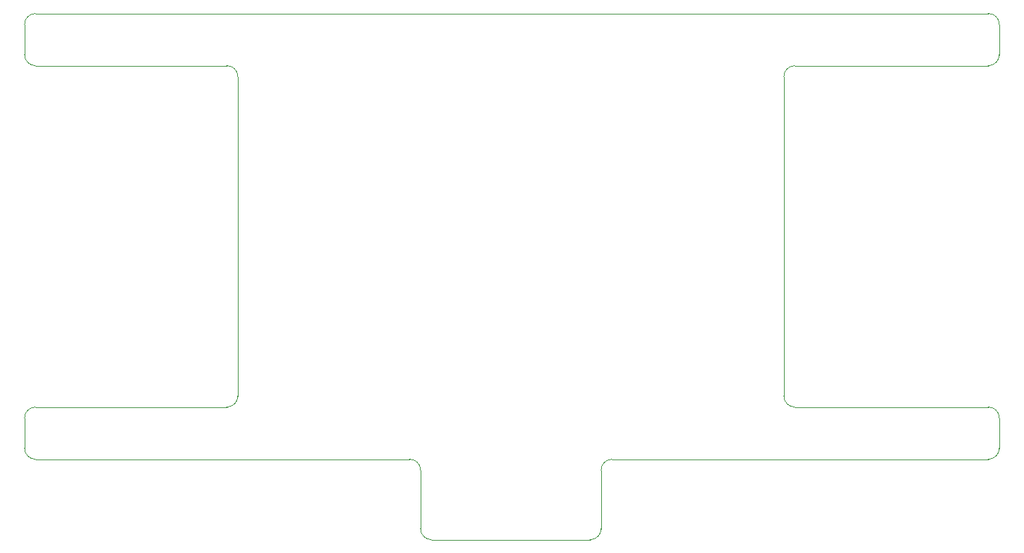
<source format=gbr>
%TF.GenerationSoftware,KiCad,Pcbnew,9.0.5*%
%TF.CreationDate,2025-11-01T23:40:51+06:00*%
%TF.ProjectId,led_matrix_array,6c65645f-6d61-4747-9269-785f61727261,1.0*%
%TF.SameCoordinates,Original*%
%TF.FileFunction,Profile,NP*%
%FSLAX46Y46*%
G04 Gerber Fmt 4.6, Leading zero omitted, Abs format (unit mm)*
G04 Created by KiCad (PCBNEW 9.0.5) date 2025-11-01 23:40:51*
%MOMM*%
%LPD*%
G01*
G04 APERTURE LIST*
%TA.AperFunction,Profile*%
%ADD10C,0.050000*%
%TD*%
G04 APERTURE END LIST*
D10*
X85715974Y-74793974D02*
X108067974Y-74793974D01*
X109337974Y-76063974D02*
X109337974Y-113401974D01*
X196967974Y-68697974D02*
G75*
G02*
X198237974Y-69967974I0J-1270000D01*
G01*
X198237974Y-73523974D02*
G75*
G02*
X196967974Y-74793974I-1270000J0D01*
G01*
X173091974Y-76063974D02*
G75*
G02*
X174361974Y-74793974I1270000J0D01*
G01*
X174361974Y-114671974D02*
G75*
G02*
X173091974Y-113401974I0J1270000D01*
G01*
X196967974Y-114671974D02*
G75*
G02*
X198237974Y-115941974I0J-1270000D01*
G01*
X198237974Y-119497974D02*
G75*
G02*
X196967974Y-120767974I-1270000J0D01*
G01*
X151755974Y-122037974D02*
G75*
G02*
X153025974Y-120767974I1270000J0D01*
G01*
X151755974Y-128895974D02*
G75*
G02*
X150485974Y-130165974I-1270000J0D01*
G01*
X131943974Y-130165974D02*
G75*
G02*
X130673974Y-128895974I0J1270000D01*
G01*
X129403974Y-120767974D02*
G75*
G02*
X130673974Y-122037974I0J-1270000D01*
G01*
X85715974Y-120767974D02*
G75*
G02*
X84445974Y-119497974I0J1270000D01*
G01*
X84445974Y-115941974D02*
G75*
G02*
X85715974Y-114671974I1270000J0D01*
G01*
X109337974Y-113401974D02*
G75*
G02*
X108067974Y-114671974I-1270000J0D01*
G01*
X108067974Y-74793974D02*
G75*
G02*
X109337974Y-76063974I0J-1270000D01*
G01*
X85715974Y-74793974D02*
G75*
G02*
X84445974Y-73523974I0J1270000D01*
G01*
X84445974Y-69967974D02*
G75*
G02*
X85715974Y-68697974I1270000J0D01*
G01*
X151755974Y-128895974D02*
X151755974Y-122037974D01*
X196967974Y-114671974D02*
X174361974Y-114671974D01*
X153025974Y-120767974D02*
X196967974Y-120767974D01*
X174361974Y-74793974D02*
X196967974Y-74793974D01*
X173091974Y-113401974D02*
X173091974Y-76063974D01*
X198237974Y-119497974D02*
X198237974Y-115941974D01*
X196967974Y-68697974D02*
X85715974Y-68697974D01*
X198237974Y-73523974D02*
X198237974Y-69967974D01*
X131943974Y-130165974D02*
X150485974Y-130165974D01*
X130673974Y-122037974D02*
X130673974Y-128895974D01*
X85715974Y-120767974D02*
X129403974Y-120767974D01*
X84445974Y-115941974D02*
X84445974Y-119497974D01*
X108067974Y-114671974D02*
X85715974Y-114671974D01*
X84445974Y-69967974D02*
X84445974Y-73523974D01*
M02*

</source>
